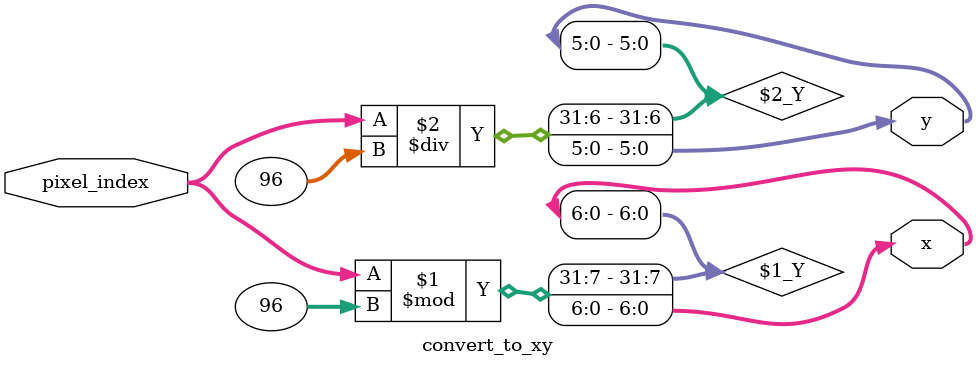
<source format=v>
`timescale 1ns / 1ps


module task_A(
    input [2:0] btn,
    input sclk_1khz,
    input [12:0] pixel_index,
    output reg [15:0] oled_data,
    input [15:0] switch 
);
    
    integer x, y, dx, dy;
   
    parameter DRAW_BORDER = 3'b000, DRAW_RING = 3'b001, UP_SIZE = 3'b010, LOW_SIZE = 3'b100;
    reg ring_enabled = 0;  
    reg [6:0] outer_diam = 30; 
    reg [6:0] inner_diam = 25; 
    reg [15:0] dist_sq;
       
    always @(*) begin
        if (switch != 16'b0001001001111001) begin
     
            oled_data = 16'b0000000000000000;
        end else begin
         
            x = pixel_index % 96;
            y = pixel_index / 96;
            dx = x - 48;
            dy = y - 32;
            dist_sq = (dx * dx) + (dy * dy);

            oled_data = 16'b0000000000000000;

            if ((x >= 3 && x <= 93 && y >= 3 && y <= 61) &&
                ((x >= 3 && x <= 5) || (x >= 91 && x <= 93) || (y >= 3 && y <= 5) || (y >= 59 && y <= 61))) begin
                oled_data = 16'b1010100000000000;  
            end

            if (ring_enabled) begin
                if (dist_sq >= (inner_diam * inner_diam / 4) && dist_sq <= (outer_diam * outer_diam / 4)) begin
                    oled_data = 16'b0000010101000000;  
                end
            end
        end
    end

    reg prev_btn1 = 0;
    reg prev_btn2 = 0;
    reg prev_btn0 = 0;

    always @(posedge sclk_1khz) begin
        if (switch != 16'b0001001001111001) begin

            ring_enabled <= 0;
            outer_diam <= 30;
            inner_diam <= 25;
            prev_btn0 <= 0;
            prev_btn1 <= 0;
            prev_btn2 <= 0;
        end else begin

            if (btn[0] && !prev_btn0) begin
                ring_enabled <= 1;  
            end

            if (btn[1] && !prev_btn1) begin
                if (outer_diam < 50) begin
                    outer_diam <= outer_diam + 5;
                    inner_diam <= inner_diam + 5;
                end
            end

            if (btn[2] && !prev_btn2) begin
                if (outer_diam > 10) begin
                    outer_diam <= outer_diam - 5;
                    inner_diam <= inner_diam - 5;
                end
            end

            prev_btn0 <= btn[0];
            prev_btn1 <= btn[1];
            prev_btn2 <= btn[2];
        end
    end
endmodule
//////////
module convert_to_xy(
    input [12:0] pixel_index,
    output [6:0] x,
    output [5:0] y
    );
    
    assign x = pixel_index % 96;
    assign y = pixel_index / 96;
    
endmodule
</source>
